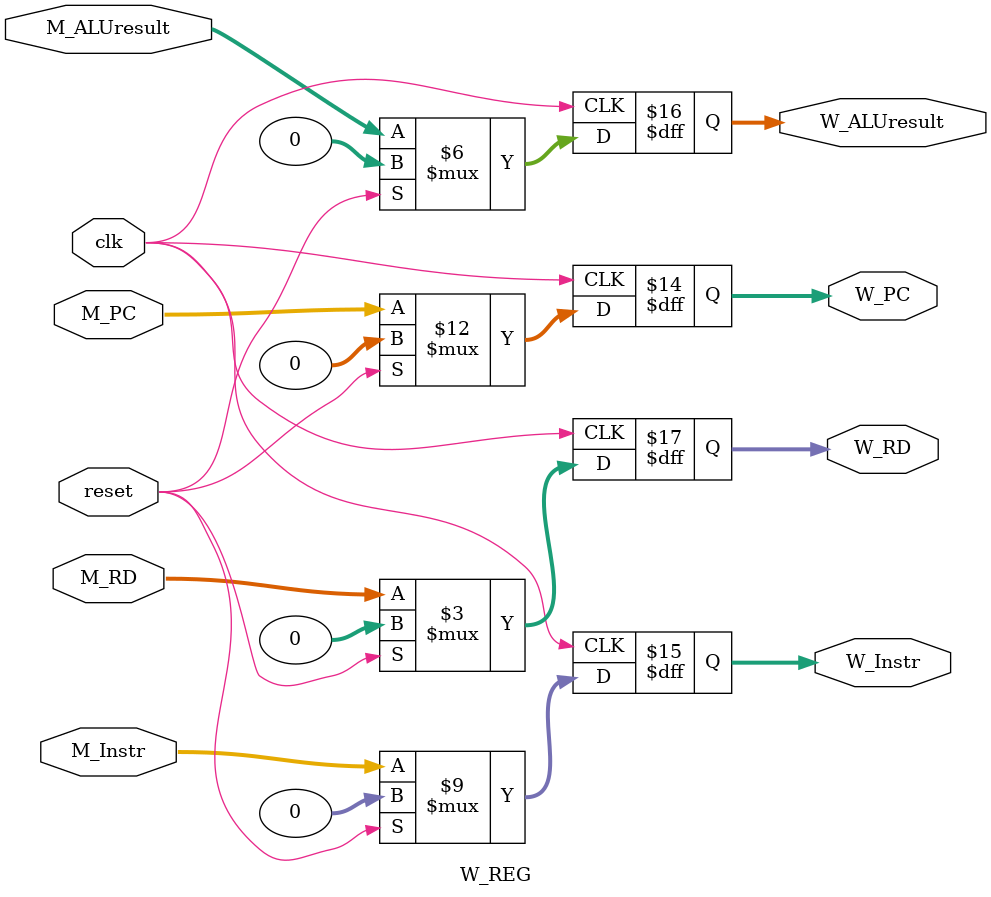
<source format=v>
`timescale 1ns / 1ps
`include "Define.v"
module W_REG(
	input clk,
	input reset,
	input [31:0] M_PC,
	input [31:0] M_Instr,
	input [31:0] M_ALUresult,
	input [31:0] M_RD,
	output reg [31:0] W_PC,
	output reg [31:0] W_Instr,
	output reg [31:0] W_ALUresult,
	output reg [31:0] W_RD
    );
	
	always@(posedge clk) begin
		if(reset) begin
			W_PC <= 32'h0000_0000;
			W_Instr <= 32'h0000_0000;
			W_ALUresult <= 32'h0000_0000;
			W_RD <= 32'h0000_0000;
		end
		else begin
			W_PC <= M_PC;
			W_Instr <= M_Instr;
			W_ALUresult <= M_ALUresult;
			W_RD <= M_RD;
		end
	end
	
endmodule

</source>
